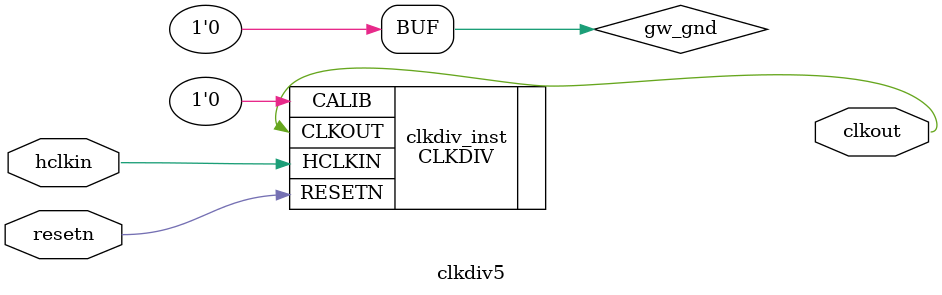
<source format=v>

module clkdiv5 (clkout, hclkin, resetn);

output clkout;
input hclkin;
input resetn;

wire gw_gnd;

assign gw_gnd = 1'b0;

CLKDIV clkdiv_inst (
    .CLKOUT(clkout),
    .HCLKIN(hclkin),
    .RESETN(resetn),
    .CALIB(gw_gnd)
);

defparam clkdiv_inst.DIV_MODE = "5";
defparam clkdiv_inst.GSREN = "false";

endmodule //clkdiv5

</source>
